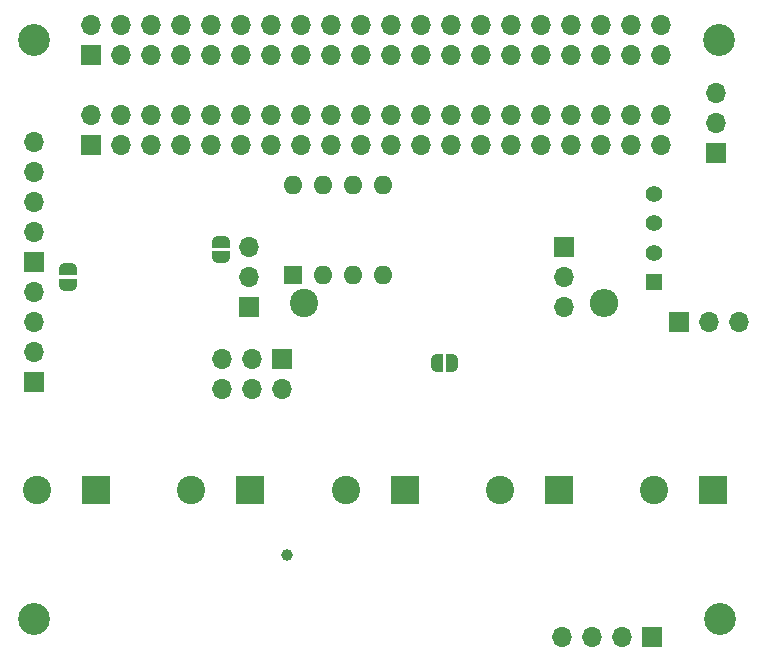
<source format=gbs>
G04 #@! TF.GenerationSoftware,KiCad,Pcbnew,(6.0.0-0)*
G04 #@! TF.CreationDate,2022-05-08T21:10:07-05:00*
G04 #@! TF.ProjectId,ras_pi_supercap_ups,7261735f-7069-45f7-9375-706572636170,rev?*
G04 #@! TF.SameCoordinates,Original*
G04 #@! TF.FileFunction,Soldermask,Bot*
G04 #@! TF.FilePolarity,Negative*
%FSLAX46Y46*%
G04 Gerber Fmt 4.6, Leading zero omitted, Abs format (unit mm)*
G04 Created by KiCad (PCBNEW (6.0.0-0)) date 2022-05-08 21:10:07*
%MOMM*%
%LPD*%
G01*
G04 APERTURE LIST*
G04 Aperture macros list*
%AMFreePoly0*
4,1,22,0.500000,-0.750000,0.000000,-0.750000,0.000000,-0.745033,-0.079941,-0.743568,-0.215256,-0.701293,-0.333266,-0.622738,-0.424486,-0.514219,-0.481581,-0.384460,-0.499164,-0.250000,-0.500000,-0.250000,-0.500000,0.250000,-0.499164,0.250000,-0.499963,0.256109,-0.478152,0.396186,-0.417904,0.524511,-0.324060,0.630769,-0.204165,0.706417,-0.067858,0.745374,0.000000,0.744959,0.000000,0.750000,
0.500000,0.750000,0.500000,-0.750000,0.500000,-0.750000,$1*%
%AMFreePoly1*
4,1,20,0.000000,0.744959,0.073905,0.744508,0.209726,0.703889,0.328688,0.626782,0.421226,0.519385,0.479903,0.390333,0.500000,0.250000,0.500000,-0.250000,0.499851,-0.262216,0.476331,-0.402017,0.414519,-0.529596,0.319384,-0.634700,0.198574,-0.708877,0.061801,-0.746166,0.000000,-0.745033,0.000000,-0.750000,-0.500000,-0.750000,-0.500000,0.750000,0.000000,0.750000,0.000000,0.744959,
0.000000,0.744959,$1*%
G04 Aperture macros list end*
%ADD10R,1.408000X1.408000*%
%ADD11C,1.408000*%
%ADD12R,2.400000X2.400000*%
%ADD13C,2.400000*%
%ADD14C,1.000000*%
%ADD15C,2.700000*%
%ADD16R,1.700000X1.700000*%
%ADD17O,1.700000X1.700000*%
%ADD18R,1.600000X1.600000*%
%ADD19O,1.600000X1.600000*%
%ADD20O,2.400000X2.400000*%
%ADD21FreePoly0,270.000000*%
%ADD22FreePoly1,270.000000*%
%ADD23FreePoly0,180.000000*%
%ADD24FreePoly1,180.000000*%
G04 APERTURE END LIST*
D10*
X105960000Y-123990000D03*
D11*
X105960000Y-121490000D03*
X105960000Y-118990000D03*
X105960000Y-116490000D03*
D12*
X84863022Y-141590000D03*
D13*
X79863022Y-141590000D03*
D14*
X74930000Y-147066000D03*
D12*
X110980000Y-141590000D03*
D13*
X105980000Y-141590000D03*
D15*
X53500000Y-103500000D03*
X111500000Y-103500000D03*
D16*
X98368000Y-121000000D03*
D17*
X98368000Y-123540000D03*
X98368000Y-126080000D03*
D15*
X111540000Y-152500000D03*
D16*
X105805000Y-154040000D03*
D17*
X103265000Y-154040000D03*
X100725000Y-154040000D03*
X98185000Y-154040000D03*
D16*
X74520000Y-130500000D03*
D17*
X74520000Y-133040000D03*
X71980000Y-130500000D03*
X71980000Y-133040000D03*
X69440000Y-130500000D03*
X69440000Y-133040000D03*
D12*
X58746044Y-141590000D03*
D13*
X53746044Y-141590000D03*
D16*
X53501000Y-132440000D03*
D17*
X53501000Y-129900000D03*
X53501000Y-127360000D03*
X53501000Y-124820000D03*
D15*
X53500000Y-152500000D03*
D12*
X71804533Y-141590000D03*
D13*
X66804533Y-141590000D03*
D16*
X111252000Y-113030000D03*
D17*
X111252000Y-110490000D03*
X111252000Y-107950000D03*
D18*
X75450000Y-123350000D03*
D19*
X77990000Y-123350000D03*
X80530000Y-123350000D03*
X83070000Y-123350000D03*
X83070000Y-115730000D03*
X80530000Y-115730000D03*
X77990000Y-115730000D03*
X75450000Y-115730000D03*
D16*
X53501000Y-122280000D03*
D17*
X53501000Y-119740000D03*
X53501000Y-117200000D03*
X53501000Y-114660000D03*
X53501000Y-112120000D03*
D16*
X71645000Y-126075000D03*
D17*
X71645000Y-123535000D03*
X71645000Y-120995000D03*
D16*
X108085000Y-127340000D03*
D17*
X110625000Y-127340000D03*
X113165000Y-127340000D03*
D12*
X97921511Y-141590000D03*
D13*
X92921511Y-141590000D03*
D16*
X58300000Y-104770000D03*
D17*
X58300000Y-102230000D03*
X60840000Y-104770000D03*
X60840000Y-102230000D03*
X63380000Y-104770000D03*
X63380000Y-102230000D03*
X65920000Y-104770000D03*
X65920000Y-102230000D03*
X68460000Y-104770000D03*
X68460000Y-102230000D03*
X71000000Y-104770000D03*
X71000000Y-102230000D03*
X73540000Y-104770000D03*
X73540000Y-102230000D03*
X76080000Y-104770000D03*
X76080000Y-102230000D03*
X78620000Y-104770000D03*
X78620000Y-102230000D03*
X81160000Y-104770000D03*
X81160000Y-102230000D03*
X83700000Y-104770000D03*
X83700000Y-102230000D03*
X86240000Y-104770000D03*
X86240000Y-102230000D03*
X88780000Y-104770000D03*
X88780000Y-102230000D03*
X91320000Y-104770000D03*
X91320000Y-102230000D03*
X93860000Y-104770000D03*
X93860000Y-102230000D03*
X96400000Y-104770000D03*
X96400000Y-102230000D03*
X98940000Y-104770000D03*
X98940000Y-102230000D03*
X101480000Y-104770000D03*
X101480000Y-102230000D03*
X104020000Y-104770000D03*
X104020000Y-102230000D03*
X106560000Y-104770000D03*
X106560000Y-102230000D03*
D13*
X76350000Y-125760000D03*
D20*
X101750000Y-125760000D03*
D21*
X56388000Y-122906000D03*
D22*
X56388000Y-124206000D03*
D21*
X69310000Y-120580000D03*
D22*
X69310000Y-121880000D03*
D16*
X58310000Y-112390000D03*
D17*
X58310000Y-109850000D03*
X60850000Y-112390000D03*
X60850000Y-109850000D03*
X63390000Y-112390000D03*
X63390000Y-109850000D03*
X65930000Y-112390000D03*
X65930000Y-109850000D03*
X68470000Y-112390000D03*
X68470000Y-109850000D03*
X71010000Y-112390000D03*
X71010000Y-109850000D03*
X73550000Y-112390000D03*
X73550000Y-109850000D03*
X76090000Y-112390000D03*
X76090000Y-109850000D03*
X78630000Y-112390000D03*
X78630000Y-109850000D03*
X81170000Y-112390000D03*
X81170000Y-109850000D03*
X83710000Y-112390000D03*
X83710000Y-109850000D03*
X86250000Y-112390000D03*
X86250000Y-109850000D03*
X88790000Y-112390000D03*
X88790000Y-109850000D03*
X91330000Y-112390000D03*
X91330000Y-109850000D03*
X93870000Y-112390000D03*
X93870000Y-109850000D03*
X96410000Y-112390000D03*
X96410000Y-109850000D03*
X98950000Y-112390000D03*
X98950000Y-109850000D03*
X101490000Y-112390000D03*
X101490000Y-109850000D03*
X104030000Y-112390000D03*
X104030000Y-109850000D03*
X106570000Y-112390000D03*
X106570000Y-109850000D03*
D23*
X88900000Y-130810000D03*
D24*
X87600000Y-130810000D03*
M02*

</source>
